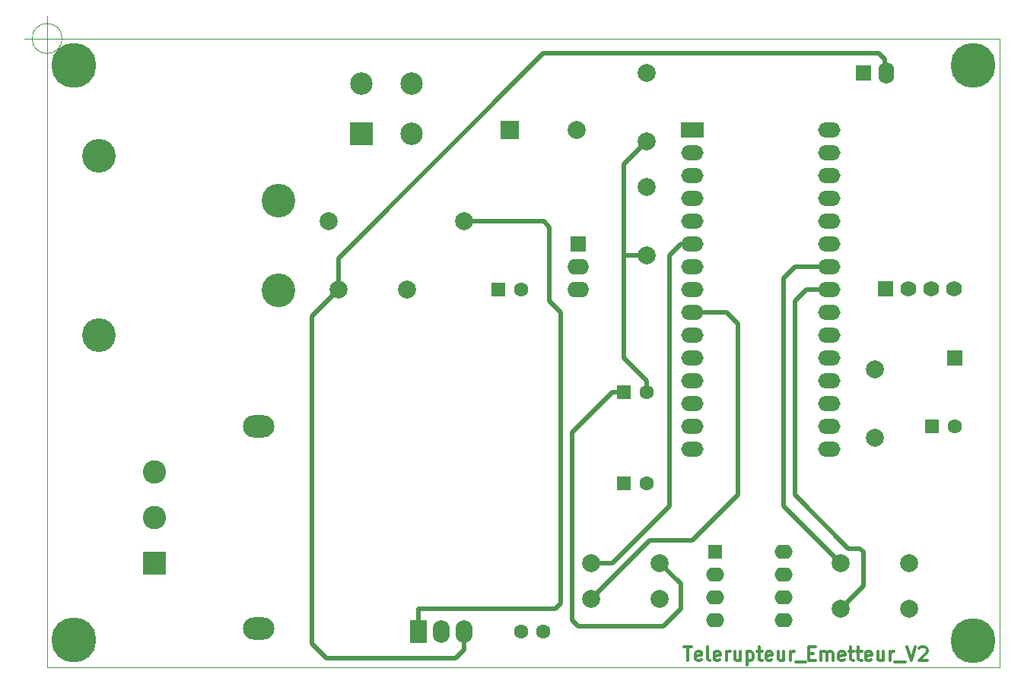
<source format=gbr>
%TF.GenerationSoftware,KiCad,Pcbnew,(5.1.8)-1*%
%TF.CreationDate,2021-03-14T10:01:34+01:00*%
%TF.ProjectId,Telerupteur_Emetteur_RF433_V2,54656c65-7275-4707-9465-75725f456d65,rev?*%
%TF.SameCoordinates,Original*%
%TF.FileFunction,Copper,L1,Top*%
%TF.FilePolarity,Positive*%
%FSLAX46Y46*%
G04 Gerber Fmt 4.6, Leading zero omitted, Abs format (unit mm)*
G04 Created by KiCad (PCBNEW (5.1.8)-1) date 2021-03-14 10:01:34*
%MOMM*%
%LPD*%
G01*
G04 APERTURE LIST*
%TA.AperFunction,Profile*%
%ADD10C,0.050000*%
%TD*%
%TA.AperFunction,NonConductor*%
%ADD11C,0.300000*%
%TD*%
%TA.AperFunction,Profile*%
%ADD12C,0.100000*%
%TD*%
%TA.AperFunction,ComponentPad*%
%ADD13C,5.000000*%
%TD*%
%TA.AperFunction,ComponentPad*%
%ADD14R,2.000000X2.000000*%
%TD*%
%TA.AperFunction,ComponentPad*%
%ADD15C,2.000000*%
%TD*%
%TA.AperFunction,ComponentPad*%
%ADD16C,1.600000*%
%TD*%
%TA.AperFunction,ComponentPad*%
%ADD17R,1.600000X1.600000*%
%TD*%
%TA.AperFunction,ComponentPad*%
%ADD18O,3.500000X2.500000*%
%TD*%
%TA.AperFunction,ComponentPad*%
%ADD19R,1.760000X1.760000*%
%TD*%
%TA.AperFunction,ComponentPad*%
%ADD20O,1.760000X2.400000*%
%TD*%
%TA.AperFunction,ComponentPad*%
%ADD21O,2.400000X1.760000*%
%TD*%
%TA.AperFunction,ComponentPad*%
%ADD22C,3.750000*%
%TD*%
%TA.AperFunction,ComponentPad*%
%ADD23R,1.900000X2.500000*%
%TD*%
%TA.AperFunction,ComponentPad*%
%ADD24O,1.900000X2.500000*%
%TD*%
%TA.AperFunction,ComponentPad*%
%ADD25O,2.000000X1.600000*%
%TD*%
%TA.AperFunction,ComponentPad*%
%ADD26R,2.500000X1.700000*%
%TD*%
%TA.AperFunction,ComponentPad*%
%ADD27O,2.500000X1.700000*%
%TD*%
%TA.AperFunction,ComponentPad*%
%ADD28C,1.760000*%
%TD*%
%TA.AperFunction,ComponentPad*%
%ADD29R,2.600000X2.600000*%
%TD*%
%TA.AperFunction,ComponentPad*%
%ADD30C,2.600000*%
%TD*%
%TA.AperFunction,ComponentPad*%
%ADD31C,2.500000*%
%TD*%
%TA.AperFunction,ComponentPad*%
%ADD32R,2.500000X2.500000*%
%TD*%
%TA.AperFunction,Conductor*%
%ADD33C,0.500000*%
%TD*%
G04 APERTURE END LIST*
D10*
X50666666Y-49950000D02*
G75*
G03*
X50666666Y-49950000I-1666666J0D01*
G01*
X46500000Y-49950000D02*
X51500000Y-49950000D01*
X49000000Y-47450000D02*
X49000000Y-52450000D01*
D11*
X119862857Y-117758571D02*
X120720000Y-117758571D01*
X120291428Y-119258571D02*
X120291428Y-117758571D01*
X121791428Y-119187142D02*
X121648571Y-119258571D01*
X121362857Y-119258571D01*
X121220000Y-119187142D01*
X121148571Y-119044285D01*
X121148571Y-118472857D01*
X121220000Y-118330000D01*
X121362857Y-118258571D01*
X121648571Y-118258571D01*
X121791428Y-118330000D01*
X121862857Y-118472857D01*
X121862857Y-118615714D01*
X121148571Y-118758571D01*
X122720000Y-119258571D02*
X122577142Y-119187142D01*
X122505714Y-119044285D01*
X122505714Y-117758571D01*
X123862857Y-119187142D02*
X123720000Y-119258571D01*
X123434285Y-119258571D01*
X123291428Y-119187142D01*
X123220000Y-119044285D01*
X123220000Y-118472857D01*
X123291428Y-118330000D01*
X123434285Y-118258571D01*
X123720000Y-118258571D01*
X123862857Y-118330000D01*
X123934285Y-118472857D01*
X123934285Y-118615714D01*
X123220000Y-118758571D01*
X124577142Y-119258571D02*
X124577142Y-118258571D01*
X124577142Y-118544285D02*
X124648571Y-118401428D01*
X124720000Y-118330000D01*
X124862857Y-118258571D01*
X125005714Y-118258571D01*
X126148571Y-118258571D02*
X126148571Y-119258571D01*
X125505714Y-118258571D02*
X125505714Y-119044285D01*
X125577142Y-119187142D01*
X125720000Y-119258571D01*
X125934285Y-119258571D01*
X126077142Y-119187142D01*
X126148571Y-119115714D01*
X126862857Y-118258571D02*
X126862857Y-119758571D01*
X126862857Y-118330000D02*
X127005714Y-118258571D01*
X127291428Y-118258571D01*
X127434285Y-118330000D01*
X127505714Y-118401428D01*
X127577142Y-118544285D01*
X127577142Y-118972857D01*
X127505714Y-119115714D01*
X127434285Y-119187142D01*
X127291428Y-119258571D01*
X127005714Y-119258571D01*
X126862857Y-119187142D01*
X128005714Y-118258571D02*
X128577142Y-118258571D01*
X128220000Y-117758571D02*
X128220000Y-119044285D01*
X128291428Y-119187142D01*
X128434285Y-119258571D01*
X128577142Y-119258571D01*
X129648571Y-119187142D02*
X129505714Y-119258571D01*
X129220000Y-119258571D01*
X129077142Y-119187142D01*
X129005714Y-119044285D01*
X129005714Y-118472857D01*
X129077142Y-118330000D01*
X129220000Y-118258571D01*
X129505714Y-118258571D01*
X129648571Y-118330000D01*
X129720000Y-118472857D01*
X129720000Y-118615714D01*
X129005714Y-118758571D01*
X131005714Y-118258571D02*
X131005714Y-119258571D01*
X130362857Y-118258571D02*
X130362857Y-119044285D01*
X130434285Y-119187142D01*
X130577142Y-119258571D01*
X130791428Y-119258571D01*
X130934285Y-119187142D01*
X131005714Y-119115714D01*
X131720000Y-119258571D02*
X131720000Y-118258571D01*
X131720000Y-118544285D02*
X131791428Y-118401428D01*
X131862857Y-118330000D01*
X132005714Y-118258571D01*
X132148571Y-118258571D01*
X132291428Y-119401428D02*
X133434285Y-119401428D01*
X133791428Y-118472857D02*
X134291428Y-118472857D01*
X134505714Y-119258571D02*
X133791428Y-119258571D01*
X133791428Y-117758571D01*
X134505714Y-117758571D01*
X135148571Y-119258571D02*
X135148571Y-118258571D01*
X135148571Y-118401428D02*
X135220000Y-118330000D01*
X135362857Y-118258571D01*
X135577142Y-118258571D01*
X135720000Y-118330000D01*
X135791428Y-118472857D01*
X135791428Y-119258571D01*
X135791428Y-118472857D02*
X135862857Y-118330000D01*
X136005714Y-118258571D01*
X136220000Y-118258571D01*
X136362857Y-118330000D01*
X136434285Y-118472857D01*
X136434285Y-119258571D01*
X137720000Y-119187142D02*
X137577142Y-119258571D01*
X137291428Y-119258571D01*
X137148571Y-119187142D01*
X137077142Y-119044285D01*
X137077142Y-118472857D01*
X137148571Y-118330000D01*
X137291428Y-118258571D01*
X137577142Y-118258571D01*
X137720000Y-118330000D01*
X137791428Y-118472857D01*
X137791428Y-118615714D01*
X137077142Y-118758571D01*
X138220000Y-118258571D02*
X138791428Y-118258571D01*
X138434285Y-117758571D02*
X138434285Y-119044285D01*
X138505714Y-119187142D01*
X138648571Y-119258571D01*
X138791428Y-119258571D01*
X139077142Y-118258571D02*
X139648571Y-118258571D01*
X139291428Y-117758571D02*
X139291428Y-119044285D01*
X139362857Y-119187142D01*
X139505714Y-119258571D01*
X139648571Y-119258571D01*
X140720000Y-119187142D02*
X140577142Y-119258571D01*
X140291428Y-119258571D01*
X140148571Y-119187142D01*
X140077142Y-119044285D01*
X140077142Y-118472857D01*
X140148571Y-118330000D01*
X140291428Y-118258571D01*
X140577142Y-118258571D01*
X140720000Y-118330000D01*
X140791428Y-118472857D01*
X140791428Y-118615714D01*
X140077142Y-118758571D01*
X142077142Y-118258571D02*
X142077142Y-119258571D01*
X141434285Y-118258571D02*
X141434285Y-119044285D01*
X141505714Y-119187142D01*
X141648571Y-119258571D01*
X141862857Y-119258571D01*
X142005714Y-119187142D01*
X142077142Y-119115714D01*
X142791428Y-119258571D02*
X142791428Y-118258571D01*
X142791428Y-118544285D02*
X142862857Y-118401428D01*
X142934285Y-118330000D01*
X143077142Y-118258571D01*
X143220000Y-118258571D01*
X143362857Y-119401428D02*
X144505714Y-119401428D01*
X144648571Y-117758571D02*
X145148571Y-119258571D01*
X145648571Y-117758571D01*
X146077142Y-117901428D02*
X146148571Y-117830000D01*
X146291428Y-117758571D01*
X146648571Y-117758571D01*
X146791428Y-117830000D01*
X146862857Y-117901428D01*
X146934285Y-118044285D01*
X146934285Y-118187142D01*
X146862857Y-118401428D01*
X146005714Y-119258571D01*
X146934285Y-119258571D01*
D12*
X49000000Y-49950000D02*
X155000000Y-49975000D01*
D10*
X49000000Y-120000000D02*
X155000000Y-120000000D01*
X155000000Y-49975000D02*
X155000000Y-120000000D01*
D12*
X49000000Y-49950000D02*
X49000000Y-120000000D01*
D13*
%TO.P,REF4,1*%
%TO.N,N/C*%
X152025000Y-117025000D03*
%TD*%
%TO.P,REF2,1*%
%TO.N,N/C*%
X152025000Y-52975000D03*
%TD*%
%TO.P,REF3,1*%
%TO.N,N/C*%
X51950000Y-116975000D03*
%TD*%
%TO.P,REF1,1*%
%TO.N,N/C*%
X52000000Y-52950000D03*
%TD*%
D14*
%TO.P,C1,1*%
%TO.N,Net-(C1-Pad1)*%
X100450000Y-60160000D03*
D15*
%TO.P,C1,2*%
%TO.N,GND*%
X107950000Y-60160000D03*
%TD*%
%TO.P,C2,1*%
%TO.N,Net-(C1-Pad1)*%
X95370000Y-70320000D03*
%TO.P,C2,2*%
%TO.N,GND*%
X80370000Y-70320000D03*
%TD*%
D16*
%TO.P,C3,1*%
%TO.N,+9V*%
X101720000Y-116040000D03*
%TO.P,C3,2*%
%TO.N,GND*%
X104220000Y-116040000D03*
%TD*%
%TO.P,D2,2*%
%TO.N,Net-(D2-Pad2)*%
X101720000Y-77940000D03*
D17*
%TO.P,D2,1*%
%TO.N,GND*%
X99180000Y-77940000D03*
%TD*%
%TO.P,D3,1*%
%TO.N,Net-(D3-Pad1)*%
X113150000Y-89370000D03*
D16*
%TO.P,D3,2*%
%TO.N,+5V*%
X115690000Y-89370000D03*
%TD*%
%TO.P,D4,2*%
%TO.N,+5V*%
X115690000Y-99530000D03*
D17*
%TO.P,D4,1*%
%TO.N,Net-(D4-Pad1)*%
X113150000Y-99530000D03*
%TD*%
%TO.P,D5,1*%
%TO.N,GND*%
X147440000Y-93180000D03*
D16*
%TO.P,D5,2*%
%TO.N,Net-(D5-Pad2)*%
X149980000Y-93180000D03*
%TD*%
D18*
%TO.P,F1,1*%
%TO.N,Net-(F1-Pad1)*%
X72510000Y-93180000D03*
%TO.P,F1,2*%
%TO.N,Net-(F1-Pad2)*%
X72510000Y-115680000D03*
%TD*%
D19*
%TO.P,J2,1*%
%TO.N,Net-(J2-Pad1)*%
X139820000Y-53810000D03*
D20*
%TO.P,J2,2*%
%TO.N,+9V*%
X142360000Y-53810000D03*
%TD*%
D19*
%TO.P,J3,1*%
%TO.N,Net-(J3-Pad1)*%
X149980000Y-85560000D03*
%TD*%
%TO.P,J4,1*%
%TO.N,GND*%
X108070000Y-72860000D03*
D21*
%TO.P,J4,2*%
%TO.N,Net-(J4-Pad2)*%
X108070000Y-75400000D03*
%TO.P,J4,3*%
%TO.N,Net-(J4-Pad3)*%
X108070000Y-77940000D03*
%TD*%
D15*
%TO.P,R1,1*%
%TO.N,+9V*%
X81400000Y-77940000D03*
%TO.P,R1,2*%
%TO.N,Net-(D2-Pad2)*%
X89020000Y-77940000D03*
%TD*%
%TO.P,R2,2*%
%TO.N,Net-(J4-Pad2)*%
X115690000Y-53810000D03*
%TO.P,R2,1*%
%TO.N,+5V*%
X115690000Y-61430000D03*
%TD*%
%TO.P,R3,1*%
%TO.N,Net-(R3-Pad1)*%
X109560000Y-108375000D03*
%TO.P,R3,2*%
%TO.N,Net-(D3-Pad1)*%
X117180000Y-108375000D03*
%TD*%
%TO.P,R4,2*%
%TO.N,+5V*%
X115690000Y-74130000D03*
%TO.P,R4,1*%
%TO.N,Net-(J4-Pad3)*%
X115690000Y-66510000D03*
%TD*%
%TO.P,R5,1*%
%TO.N,Net-(R5-Pad1)*%
X109560000Y-112425000D03*
%TO.P,R5,2*%
%TO.N,Net-(D4-Pad1)*%
X117180000Y-112425000D03*
%TD*%
%TO.P,R6,1*%
%TO.N,SCL*%
X137280000Y-108420000D03*
%TO.P,R6,2*%
%TO.N,+5V*%
X144900000Y-108420000D03*
%TD*%
%TO.P,R7,2*%
%TO.N,+5V*%
X144900000Y-113500000D03*
%TO.P,R7,1*%
%TO.N,SDA*%
X137280000Y-113500000D03*
%TD*%
%TO.P,R8,2*%
%TO.N,Net-(D5-Pad2)*%
X141090000Y-86830000D03*
%TO.P,R8,1*%
%TO.N,Net-(R8-Pad1)*%
X141090000Y-94450000D03*
%TD*%
D22*
%TO.P,TR1,1*%
%TO.N,Net-(J1-Pad3)*%
X54730000Y-83020000D03*
%TO.P,TR1,5*%
%TO.N,Net-(F1-Pad1)*%
X54730000Y-63020000D03*
%TO.P,TR1,7*%
%TO.N,Net-(D1-Pad4)*%
X74730000Y-68020000D03*
%TO.P,TR1,9*%
%TO.N,Net-(D1-Pad2)*%
X74730000Y-78020000D03*
%TD*%
D23*
%TO.P,U1,1*%
%TO.N,Net-(C1-Pad1)*%
X90290000Y-116040000D03*
D24*
%TO.P,U1,2*%
%TO.N,GND*%
X92830000Y-116040000D03*
%TO.P,U1,3*%
%TO.N,+9V*%
X95370000Y-116040000D03*
%TD*%
D17*
%TO.P,U2,1*%
%TO.N,GND*%
X123310000Y-107150000D03*
D25*
%TO.P,U2,5*%
%TO.N,SDA*%
X130930000Y-114770000D03*
%TO.P,U2,2*%
%TO.N,GND*%
X123310000Y-109690000D03*
%TO.P,U2,6*%
%TO.N,SCL*%
X130930000Y-112230000D03*
%TO.P,U2,3*%
%TO.N,GND*%
X123310000Y-112230000D03*
%TO.P,U2,7*%
X130930000Y-109690000D03*
%TO.P,U2,4*%
X123310000Y-114770000D03*
%TO.P,U2,8*%
%TO.N,+5V*%
X130930000Y-107150000D03*
%TD*%
D26*
%TO.P,U3,1*%
%TO.N,Net-(U3-Pad1)*%
X120770000Y-60160000D03*
D27*
%TO.P,U3,17*%
%TO.N,Net-(U3-Pad17)*%
X136010000Y-93180000D03*
%TO.P,U3,2*%
%TO.N,Net-(U3-Pad2)*%
X120770000Y-62700000D03*
%TO.P,U3,18*%
%TO.N,Net-(U3-Pad18)*%
X136010000Y-90640000D03*
%TO.P,U3,3*%
%TO.N,Net-(U3-Pad3)*%
X120770000Y-65240000D03*
%TO.P,U3,19*%
%TO.N,GND*%
X136010000Y-88100000D03*
%TO.P,U3,4*%
X120770000Y-67780000D03*
%TO.P,U3,20*%
X136010000Y-85560000D03*
%TO.P,U3,5*%
%TO.N,Net-(J4-Pad2)*%
X120770000Y-70320000D03*
%TO.P,U3,21*%
%TO.N,GND*%
X136010000Y-83020000D03*
%TO.P,U3,6*%
%TO.N,Net-(R3-Pad1)*%
X120770000Y-72860000D03*
%TO.P,U3,22*%
%TO.N,GND*%
X136010000Y-80480000D03*
%TO.P,U3,7*%
X120770000Y-75400000D03*
%TO.P,U3,23*%
%TO.N,SDA*%
X136010000Y-77940000D03*
%TO.P,U3,8*%
%TO.N,Net-(J4-Pad3)*%
X120770000Y-77940000D03*
%TO.P,U3,24*%
%TO.N,SCL*%
X136010000Y-75400000D03*
%TO.P,U3,9*%
%TO.N,Net-(R5-Pad1)*%
X120770000Y-80480000D03*
%TO.P,U3,25*%
%TO.N,GND*%
X136010000Y-72860000D03*
%TO.P,U3,10*%
X120770000Y-83020000D03*
%TO.P,U3,26*%
X136010000Y-70320000D03*
%TO.P,U3,11*%
X120770000Y-85560000D03*
%TO.P,U3,27*%
%TO.N,+5V*%
X136010000Y-67780000D03*
%TO.P,U3,12*%
%TO.N,GND*%
X120770000Y-88100000D03*
%TO.P,U3,28*%
%TO.N,Net-(U3-Pad28)*%
X136010000Y-65240000D03*
%TO.P,U3,13*%
%TO.N,Net-(R8-Pad1)*%
X120770000Y-90640000D03*
%TO.P,U3,29*%
%TO.N,GND*%
X136010000Y-62700000D03*
%TO.P,U3,14*%
X120770000Y-93180000D03*
%TO.P,U3,30*%
%TO.N,Net-(J2-Pad1)*%
X136010000Y-60160000D03*
%TO.P,U3,15*%
%TO.N,Data*%
X120770000Y-95720000D03*
%TO.P,U3,16*%
%TO.N,Net-(U3-Pad16)*%
X136010000Y-95720000D03*
%TD*%
D28*
%TO.P,U4,4*%
%TO.N,Net-(J3-Pad1)*%
X149970000Y-77850000D03*
%TO.P,U4,3*%
%TO.N,Data*%
X147430000Y-77850000D03*
%TO.P,U4,2*%
%TO.N,GND*%
X144890000Y-77850000D03*
D19*
%TO.P,U4,1*%
%TO.N,+5V*%
X142350000Y-77850000D03*
%TD*%
D29*
%TO.P,J1,1*%
%TO.N,Net-(F1-Pad2)*%
X60950000Y-108400000D03*
D30*
%TO.P,J1,2*%
%TO.N,Net-(J1-Pad2)*%
X60950000Y-103320000D03*
%TO.P,J1,3*%
%TO.N,Net-(J1-Pad3)*%
X60950000Y-98240000D03*
%TD*%
D31*
%TO.P,D1,3*%
%TO.N,GND*%
X89550000Y-55000000D03*
D32*
%TO.P,D1,1*%
%TO.N,Net-(C1-Pad1)*%
X83950000Y-60600000D03*
D31*
%TO.P,D1,2*%
%TO.N,Net-(D1-Pad2)*%
X89550000Y-60600000D03*
%TO.P,D1,4*%
%TO.N,Net-(D1-Pad4)*%
X83950000Y-55000000D03*
%TD*%
D33*
%TO.N,Net-(C1-Pad1)*%
X95370000Y-70320000D02*
X104260000Y-70320000D01*
X104260000Y-70320000D02*
X104895000Y-70955000D01*
X104895000Y-70955000D02*
X104895000Y-79210000D01*
X104895000Y-79210000D02*
X106165000Y-80480000D01*
X106165000Y-80480000D02*
X106165000Y-112865000D01*
X106165000Y-112865000D02*
X105530000Y-113500000D01*
X105530000Y-113500000D02*
X90290000Y-113500000D01*
X90290000Y-113500000D02*
X90290000Y-116040000D01*
%TO.N,+9V*%
X95370000Y-116040000D02*
X95370000Y-118080000D01*
X95370000Y-118080000D02*
X94450000Y-119000000D01*
X94450000Y-119000000D02*
X80050000Y-119000000D01*
X80050000Y-119000000D02*
X78450000Y-117400000D01*
X78450000Y-80890000D02*
X81400000Y-77940000D01*
X78450000Y-117400000D02*
X78450000Y-80890000D01*
X142360000Y-53810000D02*
X142360000Y-53610000D01*
X81400000Y-74450000D02*
X81400000Y-77940000D01*
X104250000Y-51600000D02*
X81400000Y-74450000D01*
X139750000Y-51600000D02*
X141550000Y-51600000D01*
X140350000Y-51600000D02*
X139750000Y-51600000D01*
X139750000Y-51600000D02*
X104250000Y-51600000D01*
X141550000Y-51600000D02*
X142250000Y-52300000D01*
X142250000Y-53700000D02*
X142360000Y-53810000D01*
X142250000Y-52300000D02*
X142250000Y-53700000D01*
%TO.N,Net-(D3-Pad1)*%
X113150000Y-89370000D02*
X111880000Y-89370000D01*
X111880000Y-89370000D02*
X107435000Y-93815000D01*
X107435000Y-93815000D02*
X107435000Y-114770000D01*
X107435000Y-114770000D02*
X108070000Y-115405000D01*
X108070000Y-115405000D02*
X117595000Y-115405000D01*
X117595000Y-115405000D02*
X119500000Y-113500000D01*
X119500000Y-110695000D02*
X117180000Y-108375000D01*
X119500000Y-113500000D02*
X119500000Y-110695000D01*
%TO.N,+5V*%
X115690000Y-61430000D02*
X113150000Y-63970000D01*
X113150000Y-85560000D02*
X115690000Y-88100000D01*
X115690000Y-88100000D02*
X115690000Y-89370000D01*
X115690000Y-74130000D02*
X113150000Y-74130000D01*
X113150000Y-74130000D02*
X113150000Y-85560000D01*
X113150000Y-63970000D02*
X113150000Y-74130000D01*
%TO.N,Net-(R3-Pad1)*%
X109560000Y-108375000D02*
X111925000Y-108375000D01*
X111925000Y-108375000D02*
X118230000Y-102070000D01*
X118230000Y-102070000D02*
X118230000Y-74130000D01*
X118230000Y-74130000D02*
X119500000Y-72860000D01*
X119500000Y-72860000D02*
X120770000Y-72860000D01*
%TO.N,Net-(R5-Pad1)*%
X109560000Y-112425000D02*
X116105000Y-105880000D01*
X116105000Y-105880000D02*
X120770000Y-105880000D01*
X120770000Y-105880000D02*
X125850000Y-100800000D01*
X125850000Y-100800000D02*
X125850000Y-81750000D01*
X124580000Y-80480000D02*
X120770000Y-80480000D01*
X125850000Y-81750000D02*
X124580000Y-80480000D01*
%TO.N,SCL*%
X137280000Y-108420000D02*
X130930000Y-102070000D01*
X130930000Y-102070000D02*
X130930000Y-76670000D01*
X130930000Y-76670000D02*
X132200000Y-75400000D01*
X132200000Y-75400000D02*
X136010000Y-75400000D01*
%TO.N,SDA*%
X133470000Y-77940000D02*
X136010000Y-77940000D01*
X138169999Y-106769999D02*
X132200000Y-100800000D01*
X139439999Y-106769999D02*
X138169999Y-106769999D01*
X132200000Y-100800000D02*
X132200000Y-79210000D01*
X139820000Y-107150000D02*
X139439999Y-106769999D01*
X139820000Y-110960000D02*
X139820000Y-107150000D01*
X132200000Y-79210000D02*
X133470000Y-77940000D01*
X137280000Y-113500000D02*
X139820000Y-110960000D01*
%TD*%
M02*

</source>
